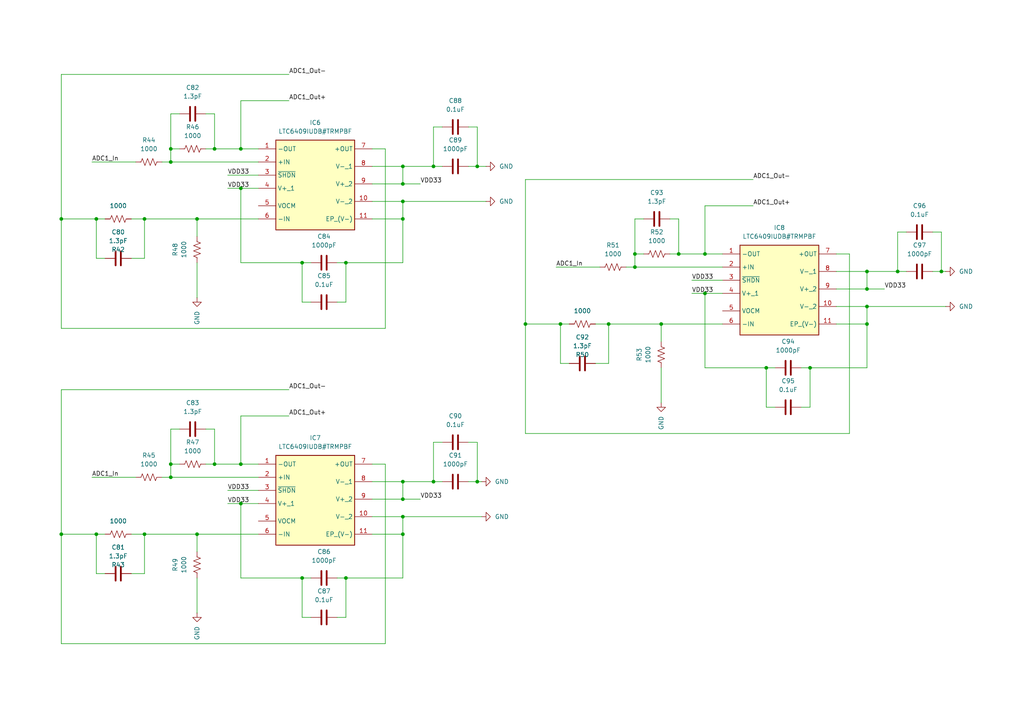
<source format=kicad_sch>
(kicad_sch (version 20231120) (generator "eeschema") (generator_version "8.0")
  (paper "A4")
  (lib_symbols
    (symbol "Device:C" (pin_numbers hide) (pin_names (offset 0.254))
      (property "Reference" "C" (at 0.635 2.54 0))
      (property "Value" "C" (at 0.635 -2.54 0))
      (symbol "C_0_1"
        (polyline (pts (xy -2.032 -0.762) (xy 2.032 -0.762)) (stroke (width 0.508)))
        (polyline (pts (xy -2.032 0.762) (xy 2.032 0.762)) (stroke (width 0.508)))
      )
      (symbol "C_1_1"
        (pin passive line (at 0 3.81 270) (length 2.794) (name "~") (number "1"))
        (pin passive line (at 0 -3.81 90) (length 2.794) (name "~") (number "2"))
      )
    )
    (symbol "Device:R_US" (pin_numbers hide) (pin_names (offset 0))
      (property "Reference" "R" (at 2.54 0 90))
      (property "Value" "R_US" (at -2.54 0 90))
      (symbol "R_US_0_1"
        (polyline (pts (xy 0 -2.286) (xy 0 -2.54)))
        (polyline (pts (xy 0 2.286) (xy 0 2.54)))
        (polyline (pts (xy 0 -0.762) (xy 1.016 -1.143) (xy 0 -1.524) (xy -1.016 -1.905) (xy 0 -2.286)))
        (polyline (pts (xy 0 0.762) (xy 1.016 0.381) (xy 0 0) (xy -1.016 -0.381) (xy 0 -0.762)))
        (polyline (pts (xy 0 2.286) (xy 1.016 1.905) (xy 0 1.524) (xy -1.016 1.143) (xy 0 0.762)))
      )
      (symbol "R_US_1_1"
        (pin passive line (at 0 3.81 270) (length 1.27) (name "~") (number "1"))
        (pin passive line (at 0 -3.81 90) (length 1.27) (name "~") (number "2"))
      )
    )
    (symbol "LTC6409IUDB#TRMPBF_1"
      (property "Reference" "IC" (at 53.34 0 0))
      (property "Value" "LTC6409IUDB#TRMPBF" (at 29.21 1.27 0))
      (symbol "LTC6409IUDB#TRMPBF_1_1_1"
        (rectangle (start 5.08 2.54) (end 27.94 -23.495) (stroke (width 0.254)) (fill (type background)))
        (pin passive line (at 0 0 0) (length 5.08) (name "-OUT") (number "1"))
        (pin passive line (at 33.02 -15.24 180) (length 5.08) (name "V-_2") (number "10"))
        (pin passive line (at 33.02 -20.32 180) (length 5.08) (name "EP_(V-)") (number "11"))
        (pin passive line (at 0 -3.81 0) (length 5.08) (name "+IN") (number "2"))
        (pin passive line (at 0 -7.62 0) (length 5.08) (name "~{SHDN}") (number "3"))
        (pin passive line (at 0 -11.43 0) (length 5.08) (name "V+_1") (number "4"))
        (pin passive line (at 0 -16.51 0) (length 5.08) (name "VOCM") (number "5"))
        (pin passive line (at 0 -20.32 0) (length 5.08) (name "-IN") (number "6"))
        (pin passive line (at 33.02 0 180) (length 5.08) (name "+OUT") (number "7"))
        (pin passive line (at 33.02 -5.08 180) (length 5.08) (name "V-_1") (number "8"))
        (pin passive line (at 33.02 -10.16 180) (length 5.08) (name "V+_2") (number "9"))
      )
    )
    (symbol "power:GND" (power) (pin_numbers hide) (pin_names (offset 0) hide)
      (property "Value" "GND" (at 0 -3.81 0))
      (symbol "GND_0_1"
        (polyline (pts (xy 0 0) (xy 0 -1.27) (xy 1.27 -1.27) (xy 0 -2.54) (xy -1.27 -1.27) (xy 0 -1.27)))
      )
      (symbol "GND_1_1"
        (pin power_in line (at 0 0 270) (length 0) (name "~") (number "1"))
      )
    )
  )
  (junction (at 138.43 139.7))
  (junction (at 27.94 63.5))
  (junction (at 251.46 88.9))
  (junction (at 125.73 139.7))
  (junction (at 273.05 78.74))
  (junction (at 69.85 146.05))
  (junction (at 125.73 48.26))
  (junction (at 87.63 76.2))
  (junction (at 116.84 144.78))
  (junction (at 49.53 138.43))
  (junction (at 196.85 73.66))
  (junction (at 41.91 154.94))
  (junction (at 184.15 73.66))
  (junction (at 41.91 63.5))
  (junction (at 69.85 54.61))
  (junction (at 62.23 134.62))
  (junction (at 49.53 46.99))
  (junction (at 251.46 78.74))
  (junction (at 116.84 154.94))
  (junction (at 251.46 93.98))
  (junction (at 260.35 78.74))
  (junction (at 49.53 43.18))
  (junction (at 234.95 106.68))
  (junction (at 87.63 167.64))
  (junction (at 27.94 154.94))
  (junction (at 116.84 63.5))
  (junction (at 191.77 93.98))
  (junction (at 251.46 83.82))
  (junction (at 69.85 134.62))
  (junction (at 57.15 63.5))
  (junction (at 17.78 154.94))
  (junction (at 49.53 134.62))
  (junction (at 184.15 77.47))
  (junction (at 57.15 154.94))
  (junction (at 222.25 106.68))
  (junction (at 116.84 149.86))
  (junction (at 116.84 53.34))
  (junction (at 17.78 63.5))
  (junction (at 100.33 167.64))
  (junction (at 116.84 58.42))
  (junction (at 138.43 48.26))
  (junction (at 116.84 139.7))
  (junction (at 152.4 93.98))
  (junction (at 62.23 43.18))
  (junction (at 116.84 48.26))
  (junction (at 69.85 43.18))
  (junction (at 100.33 76.2))
  (junction (at 204.47 85.09))
  (junction (at 162.56 93.98))
  (junction (at 204.47 73.66))
  (junction (at 176.53 93.98))
  (wire (pts (xy 222.25 118.11) (xy 222.25 106.68)))
  (wire (pts (xy 184.15 63.5) (xy 184.15 73.66)))
  (wire (pts (xy 69.85 43.18) (xy 74.93 43.18)))
  (wire (pts (xy 30.48 74.93) (xy 27.94 74.93)))
  (wire (pts (xy 87.63 76.2) (xy 90.17 76.2)))
  (wire (pts (xy 26.67 46.99) (xy 39.37 46.99)))
  (wire (pts (xy 116.84 63.5) (xy 116.84 76.2)))
  (wire (pts (xy 162.56 93.98) (xy 162.56 105.41)))
  (wire (pts (xy 87.63 179.07) (xy 87.63 167.64)))
  (wire (pts (xy 17.78 154.94) (xy 27.94 154.94)))
  (wire (pts (xy 273.05 67.31) (xy 273.05 78.74)))
  (wire (pts (xy 100.33 179.07) (xy 100.33 167.64)))
  (wire (pts (xy 38.1 63.5) (xy 41.91 63.5)))
  (wire (pts (xy 38.1 166.37) (xy 41.91 166.37)))
  (wire (pts (xy 107.95 58.42) (xy 116.84 58.42)))
  (wire (pts (xy 66.04 142.24) (xy 74.93 142.24)))
  (wire (pts (xy 87.63 167.64) (xy 90.17 167.64)))
  (wire (pts (xy 251.46 88.9) (xy 274.32 88.9)))
  (wire (pts (xy 128.27 128.27) (xy 125.73 128.27)))
  (wire (pts (xy 161.29 77.47) (xy 173.99 77.47)))
  (wire (pts (xy 69.85 134.62) (xy 69.85 120.65)))
  (wire (pts (xy 57.15 177.8) (xy 57.15 167.64)))
  (wire (pts (xy 196.85 63.5) (xy 196.85 73.66)))
  (wire (pts (xy 204.47 106.68) (xy 222.25 106.68)))
  (wire (pts (xy 194.31 73.66) (xy 196.85 73.66)))
  (wire (pts (xy 90.17 179.07) (xy 87.63 179.07)))
  (wire (pts (xy 232.41 106.68) (xy 234.95 106.68)))
  (wire (pts (xy 111.76 134.62) (xy 111.76 186.69)))
  (wire (pts (xy 59.69 124.46) (xy 62.23 124.46)))
  (wire (pts (xy 90.17 87.63) (xy 87.63 87.63)))
  (wire (pts (xy 49.53 43.18) (xy 52.07 43.18)))
  (wire (pts (xy 69.85 76.2) (xy 87.63 76.2)))
  (wire (pts (xy 57.15 63.5) (xy 74.93 63.5)))
  (wire (pts (xy 62.23 134.62) (xy 69.85 134.62)))
  (wire (pts (xy 97.79 87.63) (xy 100.33 87.63)))
  (wire (pts (xy 251.46 83.82) (xy 256.54 83.82)))
  (wire (pts (xy 242.57 78.74) (xy 251.46 78.74)))
  (wire (pts (xy 49.53 134.62) (xy 52.07 134.62)))
  (wire (pts (xy 49.53 138.43) (xy 74.93 138.43)))
  (wire (pts (xy 191.77 93.98) (xy 209.55 93.98)))
  (wire (pts (xy 116.84 58.42) (xy 140.97 58.42)))
  (wire (pts (xy 57.15 68.58) (xy 57.15 63.5)))
  (wire (pts (xy 204.47 73.66) (xy 204.47 59.69)))
  (wire (pts (xy 17.78 113.03) (xy 83.82 113.03)))
  (wire (pts (xy 138.43 36.83) (xy 138.43 48.26)))
  (wire (pts (xy 152.4 93.98) (xy 162.56 93.98)))
  (wire (pts (xy 17.78 63.5) (xy 27.94 63.5)))
  (wire (pts (xy 62.23 43.18) (xy 69.85 43.18)))
  (wire (pts (xy 222.25 106.68) (xy 224.79 106.68)))
  (wire (pts (xy 138.43 128.27) (xy 138.43 139.7)))
  (wire (pts (xy 111.76 186.69) (xy 17.78 186.69)))
  (wire (pts (xy 69.85 146.05) (xy 69.85 167.64)))
  (wire (pts (xy 17.78 63.5) (xy 17.78 21.59)))
  (wire (pts (xy 251.46 78.74) (xy 251.46 83.82)))
  (wire (pts (xy 27.94 154.94) (xy 27.94 166.37)))
  (wire (pts (xy 107.95 53.34) (xy 116.84 53.34)))
  (wire (pts (xy 204.47 59.69) (xy 218.44 59.69)))
  (wire (pts (xy 107.95 154.94) (xy 116.84 154.94)))
  (wire (pts (xy 17.78 63.5) (xy 17.78 95.25)))
  (wire (pts (xy 97.79 167.64) (xy 100.33 167.64)))
  (wire (pts (xy 111.76 95.25) (xy 17.78 95.25)))
  (wire (pts (xy 242.57 73.66) (xy 246.38 73.66)))
  (wire (pts (xy 46.99 46.99) (xy 49.53 46.99)))
  (wire (pts (xy 69.85 54.61) (xy 74.93 54.61)))
  (wire (pts (xy 262.89 67.31) (xy 260.35 67.31)))
  (wire (pts (xy 165.1 93.98) (xy 162.56 93.98)))
  (wire (pts (xy 97.79 179.07) (xy 100.33 179.07)))
  (wire (pts (xy 49.53 46.99) (xy 74.93 46.99)))
  (wire (pts (xy 181.61 77.47) (xy 184.15 77.47)))
  (wire (pts (xy 165.1 105.41) (xy 162.56 105.41)))
  (wire (pts (xy 41.91 63.5) (xy 57.15 63.5)))
  (wire (pts (xy 87.63 87.63) (xy 87.63 76.2)))
  (wire (pts (xy 107.95 139.7) (xy 116.84 139.7)))
  (wire (pts (xy 172.72 105.41) (xy 176.53 105.41)))
  (wire (pts (xy 107.95 144.78) (xy 116.84 144.78)))
  (wire (pts (xy 152.4 93.98) (xy 152.4 125.73)))
  (wire (pts (xy 26.67 138.43) (xy 39.37 138.43)))
  (wire (pts (xy 116.84 139.7) (xy 125.73 139.7)))
  (wire (pts (xy 204.47 85.09) (xy 209.55 85.09)))
  (wire (pts (xy 152.4 52.07) (xy 218.44 52.07)))
  (wire (pts (xy 135.89 36.83) (xy 138.43 36.83)))
  (wire (pts (xy 194.31 63.5) (xy 196.85 63.5)))
  (wire (pts (xy 57.15 154.94) (xy 74.93 154.94)))
  (wire (pts (xy 62.23 33.02) (xy 62.23 43.18)))
  (wire (pts (xy 59.69 33.02) (xy 62.23 33.02)))
  (wire (pts (xy 66.04 54.61) (xy 69.85 54.61)))
  (wire (pts (xy 224.79 118.11) (xy 222.25 118.11)))
  (wire (pts (xy 97.79 76.2) (xy 100.33 76.2)))
  (wire (pts (xy 184.15 77.47) (xy 184.15 73.66)))
  (wire (pts (xy 251.46 78.74) (xy 260.35 78.74)))
  (wire (pts (xy 30.48 63.5) (xy 27.94 63.5)))
  (wire (pts (xy 273.05 78.74) (xy 274.32 78.74)))
  (wire (pts (xy 66.04 146.05) (xy 69.85 146.05)))
  (wire (pts (xy 107.95 134.62) (xy 111.76 134.62)))
  (wire (pts (xy 62.23 124.46) (xy 62.23 134.62)))
  (wire (pts (xy 242.57 88.9) (xy 251.46 88.9)))
  (wire (pts (xy 191.77 99.06) (xy 191.77 93.98)))
  (wire (pts (xy 100.33 76.2) (xy 116.84 76.2)))
  (wire (pts (xy 135.89 139.7) (xy 138.43 139.7)))
  (wire (pts (xy 41.91 154.94) (xy 57.15 154.94)))
  (wire (pts (xy 116.84 48.26) (xy 125.73 48.26)))
  (wire (pts (xy 116.84 58.42) (xy 116.84 63.5)))
  (wire (pts (xy 176.53 93.98) (xy 191.77 93.98)))
  (wire (pts (xy 116.84 149.86) (xy 139.7 149.86)))
  (wire (pts (xy 17.78 154.94) (xy 17.78 186.69)))
  (wire (pts (xy 17.78 21.59) (xy 83.82 21.59)))
  (wire (pts (xy 234.95 118.11) (xy 234.95 106.68)))
  (wire (pts (xy 234.95 106.68) (xy 251.46 106.68)))
  (wire (pts (xy 57.15 86.36) (xy 57.15 76.2)))
  (wire (pts (xy 49.53 124.46) (xy 52.07 124.46)))
  (wire (pts (xy 100.33 167.64) (xy 116.84 167.64)))
  (wire (pts (xy 100.33 87.63) (xy 100.33 76.2)))
  (wire (pts (xy 30.48 154.94) (xy 27.94 154.94)))
  (wire (pts (xy 49.53 124.46) (xy 49.53 134.62)))
  (wire (pts (xy 107.95 63.5) (xy 116.84 63.5)))
  (wire (pts (xy 260.35 78.74) (xy 262.89 78.74)))
  (wire (pts (xy 242.57 83.82) (xy 251.46 83.82)))
  (wire (pts (xy 111.76 43.18) (xy 111.76 95.25)))
  (wire (pts (xy 57.15 160.02) (xy 57.15 154.94)))
  (wire (pts (xy 128.27 36.83) (xy 125.73 36.83)))
  (wire (pts (xy 184.15 63.5) (xy 186.69 63.5)))
  (wire (pts (xy 59.69 134.62) (xy 62.23 134.62)))
  (wire (pts (xy 176.53 93.98) (xy 176.53 105.41)))
  (wire (pts (xy 138.43 48.26) (xy 140.97 48.26)))
  (wire (pts (xy 69.85 43.18) (xy 69.85 29.21)))
  (wire (pts (xy 116.84 139.7) (xy 116.84 144.78)))
  (wire (pts (xy 17.78 154.94) (xy 17.78 113.03)))
  (wire (pts (xy 107.95 149.86) (xy 116.84 149.86)))
  (wire (pts (xy 41.91 63.5) (xy 41.91 74.93)))
  (wire (pts (xy 135.89 128.27) (xy 138.43 128.27)))
  (wire (pts (xy 196.85 73.66) (xy 204.47 73.66)))
  (wire (pts (xy 116.84 53.34) (xy 121.92 53.34)))
  (wire (pts (xy 125.73 139.7) (xy 128.27 139.7)))
  (wire (pts (xy 270.51 78.74) (xy 273.05 78.74)))
  (wire (pts (xy 260.35 67.31) (xy 260.35 78.74)))
  (wire (pts (xy 107.95 48.26) (xy 116.84 48.26)))
  (wire (pts (xy 200.66 85.09) (xy 204.47 85.09)))
  (wire (pts (xy 116.84 48.26) (xy 116.84 53.34)))
  (wire (pts (xy 69.85 120.65) (xy 83.82 120.65)))
  (wire (pts (xy 125.73 36.83) (xy 125.73 48.26)))
  (wire (pts (xy 49.53 33.02) (xy 49.53 43.18)))
  (wire (pts (xy 69.85 146.05) (xy 74.93 146.05)))
  (wire (pts (xy 66.04 50.8) (xy 74.93 50.8)))
  (wire (pts (xy 49.53 33.02) (xy 52.07 33.02)))
  (wire (pts (xy 125.73 128.27) (xy 125.73 139.7)))
  (wire (pts (xy 69.85 54.61) (xy 69.85 76.2)))
  (wire (pts (xy 204.47 73.66) (xy 209.55 73.66)))
  (wire (pts (xy 46.99 138.43) (xy 49.53 138.43)))
  (wire (pts (xy 27.94 63.5) (xy 27.94 74.93)))
  (wire (pts (xy 270.51 67.31) (xy 273.05 67.31)))
  (wire (pts (xy 38.1 154.94) (xy 41.91 154.94)))
  (wire (pts (xy 69.85 134.62) (xy 74.93 134.62)))
  (wire (pts (xy 204.47 85.09) (xy 204.47 106.68)))
  (wire (pts (xy 125.73 48.26) (xy 128.27 48.26)))
  (wire (pts (xy 38.1 74.93) (xy 41.91 74.93)))
  (wire (pts (xy 251.46 93.98) (xy 251.46 106.68)))
  (wire (pts (xy 49.53 138.43) (xy 49.53 134.62)))
  (wire (pts (xy 49.53 46.99) (xy 49.53 43.18)))
  (wire (pts (xy 116.84 144.78) (xy 121.92 144.78)))
  (wire (pts (xy 138.43 139.7) (xy 139.7 139.7)))
  (wire (pts (xy 246.38 73.66) (xy 246.38 125.73)))
  (wire (pts (xy 191.77 116.84) (xy 191.77 106.68)))
  (wire (pts (xy 246.38 125.73) (xy 152.4 125.73)))
  (wire (pts (xy 251.46 88.9) (xy 251.46 93.98)))
  (wire (pts (xy 200.66 81.28) (xy 209.55 81.28)))
  (wire (pts (xy 172.72 93.98) (xy 176.53 93.98)))
  (wire (pts (xy 116.84 154.94) (xy 116.84 167.64)))
  (wire (pts (xy 152.4 93.98) (xy 152.4 52.07)))
  (wire (pts (xy 116.84 149.86) (xy 116.84 154.94)))
  (wire (pts (xy 69.85 167.64) (xy 87.63 167.64)))
  (wire (pts (xy 232.41 118.11) (xy 234.95 118.11)))
  (wire (pts (xy 41.91 154.94) (xy 41.91 166.37)))
  (wire (pts (xy 135.89 48.26) (xy 138.43 48.26)))
  (wire (pts (xy 30.48 166.37) (xy 27.94 166.37)))
  (wire (pts (xy 184.15 77.47) (xy 209.55 77.47)))
  (wire (pts (xy 184.15 73.66) (xy 186.69 73.66)))
  (wire (pts (xy 59.69 43.18) (xy 62.23 43.18)))
  (wire (pts (xy 69.85 29.21) (xy 83.82 29.21)))
  (wire (pts (xy 107.95 43.18) (xy 111.76 43.18)))
  (wire (pts (xy 242.57 93.98) (xy 251.46 93.98)))
  (label "VDD33" (at 66.04 142.24 0))
  (label "VDD33" (at 200.66 81.28 0))
  (label "ADC1_Out-" (at 83.82 21.59 0))
  (label "VDD33" (at 66.04 50.8 0))
  (label "ADC1_Out+" (at 218.44 59.69 0))
  (label "VDD33" (at 121.92 144.78 0))
  (label "ADC1_Out+" (at 83.82 29.21 0))
  (label "ADC1_In" (at 161.29 77.47 0))
  (label "ADC1_Out-" (at 218.44 52.07 0))
  (label "VDD33" (at 256.54 83.82 0))
  (label "VDD33" (at 66.04 54.61 0))
  (label "VDD33" (at 121.92 53.34 0))
  (label "VDD33" (at 200.66 85.09 0))
  (label "VDD33" (at 66.04 146.05 0))
  (label "ADC1_In" (at 26.67 138.43 0))
  (label "ADC1_Out-" (at 83.82 113.03 0))
  (label "ADC1_In" (at 26.67 46.99 0))
  (label "ADC1_Out+" (at 83.82 120.65 0))
  (symbol (lib_id "Device:C") (at 55.88 124.46 90) (unit 1)
    (property "Reference" "C83" (at 55.88 116.84 90))
    (property "Value" "1.3pF" (at 55.88 119.38 90))
    (property "Description" "Unpolarized capacitor" (effects (hide yes)))
  )
  (symbol (lib_id "Device:C") (at 34.29 74.93 90) (unit 1)
    (property "Reference" "C80" (at 34.29 67.31 90))
    (property "Value" "1.3pF" (at 34.29 69.85 90))
    (property "Description" "Unpolarized capacitor" (effects (hide yes)))
  )
  (symbol (lib_id "Device:R_US") (at 57.15 163.83 0) (unit 1)
    (property "Reference" "R49" (at 50.8 163.83 90))
    (property "Value" "1000" (at 53.34 163.83 90))
    (property "Description" "Resistor, US symbol" (effects (hide yes)))
  )
  (symbol (lib_id "Device:C") (at 93.98 87.63 90) (unit 1)
    (property "Reference" "C85" (at 93.98 80.01 90))
    (property "Value" "0.1uF" (at 93.98 82.55 90))
    (property "Description" "Unpolarized capacitor" (effects (hide yes)))
  )
  (symbol (lib_id "Device:R_US") (at 43.18 46.99 270) (unit 1)
    (property "Reference" "R44" (at 43.18 40.64 90))
    (property "Value" "1000" (at 43.18 43.18 90))
    (property "Description" "Resistor, US symbol" (effects (hide yes)))
  )
  (symbol (lib_id "Device:C") (at 228.6 106.68 90) (unit 1)
    (property "Reference" "C94" (at 228.6 99.06 90))
    (property "Value" "1000pF" (at 228.6 101.6 90))
    (property "Description" "Unpolarized capacitor" (effects (hide yes)))
  )
  (symbol (lib_id "Device:R_US") (at 34.29 63.5 270) (unit 1)
    (property "Reference" "R42" (at 34.29 72.39 90))
    (property "Value" "1000" (at 34.29 59.69 90))
    (property "Description" "Resistor, US symbol" (effects (hide yes)))
  )
  (symbol (lib_id "power:GND") (at 274.32 88.9 90) (unit 1)
    (property "Reference" "#PWR073" (effects (hide yes)))
    (property "Value" "GND" (at 278.13 88.8999 90) (effects (justify right)))
    (property "Description" "Power symbol creates a global label with name \"GND\" , ground" (effects (hide yes)))
  )
  (symbol (lib_id "Device:R_US") (at 55.88 43.18 270) (unit 1)
    (property "Reference" "R46" (at 55.88 36.83 90))
    (property "Value" "1000" (at 55.88 39.37 90))
    (property "Description" "Resistor, US symbol" (effects (hide yes)))
  )
  (symbol (lib_id "power:GND") (at 140.97 48.26 90) (unit 1)
    (property "Reference" "#PWR069" (effects (hide yes)))
    (property "Value" "GND" (at 144.78 48.2599 90) (effects (justify right)))
    (property "Description" "Power symbol creates a global label with name \"GND\" , ground" (effects (hide yes)))
  )
  (symbol (lib_id "power:GND") (at 139.7 139.7 90) (unit 1)
    (property "Reference" "#PWR064" (effects (hide yes)))
    (property "Value" "GND" (at 143.51 139.6999 90) (effects (justify right)))
    (property "Description" "Power symbol creates a global label with name \"GND\" , ground" (effects (hide yes)))
  )
  (symbol (lib_id "Device:C") (at 228.6 118.11 90) (unit 1)
    (property "Reference" "C95" (at 228.6 110.49 90))
    (property "Value" "0.1uF" (at 228.6 113.03 90))
    (property "Description" "Unpolarized capacitor" (effects (hide yes)))
  )
  (symbol (lib_id "Device:C") (at 266.7 67.31 90) (unit 1)
    (property "Reference" "C96" (at 266.7 59.69 90))
    (property "Value" "0.1uF" (at 266.7 62.23 90))
    (property "Description" "Unpolarized capacitor" (effects (hide yes)))
  )
  (symbol (lib_id "Device:C") (at 132.08 36.83 90) (unit 1)
    (property "Reference" "C88" (at 132.08 29.21 90))
    (property "Value" "0.1uF" (at 132.08 31.75 90))
    (property "Description" "Unpolarized capacitor" (effects (hide yes)))
  )
  (symbol (lib_name "LTC6409IUDB#TRMPBF_1") (lib_id "LTC6409IUDB#TRMPBF:LTC6409IUDB#TRMPBF") (at 74.93 134.62 0) (unit 1)
    (property "Reference" "IC7" (at 91.44 127 0))
    (property "Value" "LTC6409IUDB#TRMPBF" (at 91.44 129.54 0))
    (property "Footprint" "LTC6409IUDBTRMPBF" (effects (hide yes)))
    (property "Datasheet" "https://www.analog.com/media/en/technical-documentation/data-sheets/6409fb.pdf" (effects (hide yes)))
    (property "Description" "High Speed Operational Amplifiers 10GHz GBW 1.1nV/rtHz Differential Amp" (effects (hide yes)))
    (property "Height" "0.85" (effects (hide yes)))
    (property "Mouser Part Number" "584-C6409IUDBTRMPBF" (effects (hide yes)))
    (property "Mouser Price/Stock" "https://www.mouser.co.uk/ProductDetail/Analog-Devices/LTC6409IUDBTRMPBF?qs=hVkxg5c3xu%252BCxcBUxz33zw%3D%3D" (effects (hide yes)))
    (property "Manufacturer_Name" "Analog Devices" (effects (hide yes)))
    (property "Manufacturer_Part_Number" "LTC6409IUDB#TRMPBF" (effects (hide yes)))
  )
  (symbol (lib_id "power:GND") (at 57.15 177.8 0) (unit 1)
    (property "Reference" "#PWR063" (effects (hide yes)))
    (property "Value" "GND" (at 57.1499 181.61 90) (effects (justify right)))
    (property "Description" "Power symbol creates a global label with name \"GND\" , ground" (effects (hide yes)))
  )
  (symbol (lib_id "Device:C") (at 190.5 63.5 90) (unit 1)
    (property "Reference" "C93" (at 190.5 55.88 90))
    (property "Value" "1.3pF" (at 190.5 58.42 90))
    (property "Description" "Unpolarized capacitor" (effects (hide yes)))
  )
  (symbol (lib_id "power:GND") (at 191.77 116.84 0) (unit 1)
    (property "Reference" "#PWR071" (effects (hide yes)))
    (property "Value" "GND" (at 191.7699 120.65 90) (effects (justify right)))
    (property "Description" "Power symbol creates a global label with name \"GND\" , ground" (effects (hide yes)))
  )
  (symbol (lib_id "Device:R_US") (at 191.77 102.87 0) (unit 1)
    (property "Reference" "R53" (at 185.42 102.87 90))
    (property "Value" "1000" (at 187.96 102.87 90))
    (property "Description" "Resistor, US symbol" (effects (hide yes)))
  )
  (symbol (lib_id "Device:C") (at 34.29 166.37 90) (unit 1)
    (property "Reference" "C81" (at 34.29 158.75 90))
    (property "Value" "1.3pF" (at 34.29 161.29 90))
    (property "Description" "Unpolarized capacitor" (effects (hide yes)))
  )
  (symbol (lib_id "Device:R_US") (at 55.88 134.62 270) (unit 1)
    (property "Reference" "R47" (at 55.88 128.27 90))
    (property "Value" "1000" (at 55.88 130.81 90))
    (property "Description" "Resistor, US symbol" (effects (hide yes)))
  )
  (symbol (lib_id "Device:R_US") (at 43.18 138.43 270) (unit 1)
    (property "Reference" "R45" (at 43.18 132.08 90))
    (property "Value" "1000" (at 43.18 134.62 90))
    (property "Description" "Resistor, US symbol" (effects (hide yes)))
  )
  (symbol (lib_id "Device:C") (at 168.91 105.41 90) (unit 1)
    (property "Reference" "C92" (at 168.91 97.79 90))
    (property "Value" "1.3pF" (at 168.91 100.33 90))
    (property "Description" "Unpolarized capacitor" (effects (hide yes)))
  )
  (symbol (lib_id "Device:R_US") (at 34.29 154.94 270) (unit 1)
    (property "Reference" "R43" (at 34.29 163.83 90))
    (property "Value" "1000" (at 34.29 151.13 90))
    (property "Description" "Resistor, US symbol" (effects (hide yes)))
  )
  (symbol (lib_name "LTC6409IUDB#TRMPBF_1") (lib_id "LTC6409IUDB#TRMPBF:LTC6409IUDB#TRMPBF") (at 74.93 43.18 0) (unit 1)
    (property "Reference" "IC6" (at 91.44 35.56 0))
    (property "Value" "LTC6409IUDB#TRMPBF" (at 91.44 38.1 0))
    (property "Footprint" "LTC6409IUDBTRMPBF" (effects (hide yes)))
    (property "Datasheet" "https://www.analog.com/media/en/technical-documentation/data-sheets/6409fb.pdf" (effects (hide yes)))
    (property "Description" "High Speed Operational Amplifiers 10GHz GBW 1.1nV/rtHz Differential Amp" (effects (hide yes)))
    (property "Height" "0.85" (effects (hide yes)))
    (property "Mouser Part Number" "584-C6409IUDBTRMPBF" (effects (hide yes)))
    (property "Mouser Price/Stock" "https://www.mouser.co.uk/ProductDetail/Analog-Devices/LTC6409IUDBTRMPBF?qs=hVkxg5c3xu%252BCxcBUxz33zw%3D%3D" (effects (hide yes)))
    (property "Manufacturer_Name" "Analog Devices" (effects (hide yes)))
    (property "Manufacturer_Part_Number" "LTC6409IUDB#TRMPBF" (effects (hide yes)))
  )
  (symbol (lib_id "Device:C") (at 266.7 78.74 90) (unit 1)
    (property "Reference" "C97" (at 266.7 71.12 90))
    (property "Value" "1000pF" (at 266.7 73.66 90))
    (property "Description" "Unpolarized capacitor" (effects (hide yes)))
  )
  (symbol (lib_id "Device:C") (at 132.08 48.26 90) (unit 1)
    (property "Reference" "C89" (at 132.08 40.64 90))
    (property "Value" "1000pF" (at 132.08 43.18 90))
    (property "Description" "Unpolarized capacitor" (effects (hide yes)))
  )
  (symbol (lib_id "Device:C") (at 93.98 179.07 90) (unit 1)
    (property "Reference" "C87" (at 93.98 171.45 90))
    (property "Value" "0.1uF" (at 93.98 173.99 90))
    (property "Description" "Unpolarized capacitor" (effects (hide yes)))
  )
  (symbol (lib_id "Device:R_US") (at 177.8 77.47 270) (unit 1)
    (property "Reference" "R51" (at 177.8 71.12 90))
    (property "Value" "1000" (at 177.8 73.66 90))
    (property "Description" "Resistor, US symbol" (effects (hide yes)))
  )
  (symbol (lib_id "Device:R_US") (at 168.91 93.98 270) (unit 1)
    (property "Reference" "R50" (at 168.91 102.87 90))
    (property "Value" "1000" (at 168.91 90.17 90))
    (property "Description" "Resistor, US symbol" (effects (hide yes)))
  )
  (symbol (lib_id "Device:C") (at 132.08 139.7 90) (unit 1)
    (property "Reference" "C91" (at 132.08 132.08 90))
    (property "Value" "1000pF" (at 132.08 134.62 90))
    (property "Description" "Unpolarized capacitor" (effects (hide yes)))
  )
  (symbol (lib_id "Device:R_US") (at 57.15 72.39 0) (unit 1)
    (property "Reference" "R48" (at 50.8 72.39 90))
    (property "Value" "1000" (at 53.34 72.39 90))
    (property "Description" "Resistor, US symbol" (effects (hide yes)))
  )
  (symbol (lib_id "power:GND") (at 140.97 58.42 90) (unit 1)
    (property "Reference" "#PWR070" (effects (hide yes)))
    (property "Value" "GND" (at 144.78 58.4199 90) (effects (justify right)))
    (property "Description" "Power symbol creates a global label with name \"GND\" , ground" (effects (hide yes)))
  )
  (symbol (lib_id "Device:R_US") (at 190.5 73.66 270) (unit 1)
    (property "Reference" "R52" (at 190.5 67.31 90))
    (property "Value" "1000" (at 190.5 69.85 90))
    (property "Description" "Resistor, US symbol" (effects (hide yes)))
  )
  (symbol (lib_name "LTC6409IUDB#TRMPBF_1") (lib_id "LTC6409IUDB#TRMPBF:LTC6409IUDB#TRMPBF") (at 209.55 73.66 0) (unit 1)
    (property "Reference" "IC8" (at 226.06 66.04 0))
    (property "Value" "LTC6409IUDB#TRMPBF" (at 226.06 68.58 0))
    (property "Footprint" "LTC6409IUDBTRMPBF" (effects (hide yes)))
    (property "Datasheet" "https://www.analog.com/media/en/technical-documentation/data-sheets/6409fb.pdf" (effects (hide yes)))
    (property "Description" "High Speed Operational Amplifiers 10GHz GBW 1.1nV/rtHz Differential Amp" (effects (hide yes)))
    (property "Height" "0.85" (effects (hide yes)))
    (property "Mouser Part Number" "584-C6409IUDBTRMPBF" (effects (hide yes)))
    (property "Mouser Price/Stock" "https://www.mouser.co.uk/ProductDetail/Analog-Devices/LTC6409IUDBTRMPBF?qs=hVkxg5c3xu%252BCxcBUxz33zw%3D%3D" (effects (hide yes)))
    (property "Manufacturer_Name" "Analog Devices" (effects (hide yes)))
    (property "Manufacturer_Part_Number" "LTC6409IUDB#TRMPBF" (effects (hide yes)))
  )
  (symbol (lib_id "Device:C") (at 132.08 128.27 90) (unit 1)
    (property "Reference" "C90" (at 132.08 120.65 90))
    (property "Value" "0.1uF" (at 132.08 123.19 90))
    (property "Description" "Unpolarized capacitor" (effects (hide yes)))
  )
  (symbol (lib_id "power:GND") (at 139.7 149.86 90) (unit 1)
    (property "Reference" "#PWR068" (effects (hide yes)))
    (property "Value" "GND" (at 143.51 149.8599 90) (effects (justify right)))
    (property "Description" "Power symbol creates a global label with name \"GND\" , ground" (effects (hide yes)))
  )
  (symbol (lib_id "power:GND") (at 274.32 78.74 90) (unit 1)
    (property "Reference" "#PWR072" (effects (hide yes)))
    (property "Value" "GND" (at 278.13 78.7399 90) (effects (justify right)))
    (property "Description" "Power symbol creates a global label with name \"GND\" , ground" (effects (hide yes)))
  )
  (symbol (lib_id "Device:C") (at 93.98 76.2 90) (unit 1)
    (property "Reference" "C84" (at 93.98 68.58 90))
    (property "Value" "1000pF" (at 93.98 71.12 90))
    (property "Description" "Unpolarized capacitor" (effects (hide yes)))
  )
  (symbol (lib_id "power:GND") (at 57.15 86.36 0) (unit 1)
    (property "Reference" "#PWR062" (effects (hide yes)))
    (property "Value" "GND" (at 57.1499 90.17 90) (effects (justify right)))
    (property "Description" "Power symbol creates a global label with name \"GND\" , ground" (effects (hide yes)))
  )
  (symbol (lib_id "Device:C") (at 93.98 167.64 90) (unit 1)
    (property "Reference" "C86" (at 93.98 160.02 90))
    (property "Value" "1000pF" (at 93.98 162.56 90))
    (property "Description" "Unpolarized capacitor" (effects (hide yes)))
  )
  (symbol (lib_id "Device:C") (at 55.88 33.02 90) (unit 1)
    (property "Reference" "C82" (at 55.88 25.4 90))
    (property "Value" "1.3pF" (at 55.88 27.94 90))
    (property "Description" "Unpolarized capacitor" (effects (hide yes)))
  )
)
</source>
